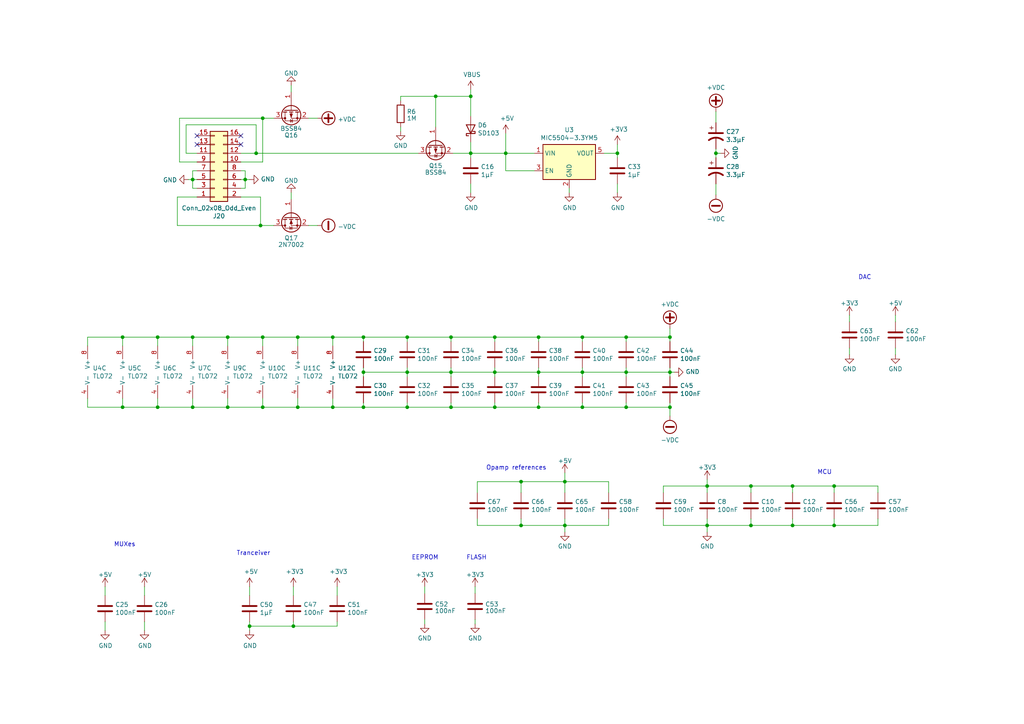
<source format=kicad_sch>
(kicad_sch (version 20230121) (generator eeschema)
  (paper "A4")
  (title_block (title "M2IDI - CV16 CORE") (date "2023-05-10") (rev "3.0") (company "GuavTek"))
  (lib_symbols
    (symbol "Amplifier_Operational:TL072" (pin_names (offset 0.127))
      (property "Reference" "U" (at 0 5.08 0))
      (property "Value" "TL072" (at 0 -5.08 0))
      (symbol "TL072_1_1"
        (polyline (pts (xy -5.08 5.08) (xy 5.08 0) (xy -5.08 -5.08) (xy -5.08 5.08)) (stroke (width 0.254)) (fill (type background)))
        (pin output line (at 7.62 0 180) (length 2.54) (name "~") (number "1"))
        (pin input line (at -7.62 -2.54 0) (length 2.54) (name "-") (number "2"))
        (pin input line (at -7.62 2.54 0) (length 2.54) (name "+") (number "3"))
      )
      (symbol "TL072_2_1"
        (polyline (pts (xy -5.08 5.08) (xy 5.08 0) (xy -5.08 -5.08) (xy -5.08 5.08)) (stroke (width 0.254)) (fill (type background)))
        (pin input line (at -7.62 2.54 0) (length 2.54) (name "+") (number "5"))
        (pin input line (at -7.62 -2.54 0) (length 2.54) (name "-") (number "6"))
        (pin output line (at 7.62 0 180) (length 2.54) (name "~") (number "7"))
      )
      (symbol "TL072_3_1"
        (pin power_in line (at -2.54 -7.62 90) (length 3.81) (name "V-") (number "4"))
        (pin power_in line (at -2.54 7.62 270) (length 3.81) (name "V+") (number "8"))
      )
    )
    (symbol "Connector_Generic:Conn_02x08_Odd_Even" (pin_names (offset 1.016) hide)
      (property "Reference" "J" (at 1.27 10.16 0))
      (property "Value" "Conn_02x08_Odd_Even" (at 1.27 -12.7 0))
      (symbol "Conn_02x08_Odd_Even_1_1"
        (rectangle (start -1.27 -10.033) (end 0 -10.287) (stroke (width 0.1524)))
        (rectangle (start -1.27 -7.493) (end 0 -7.747) (stroke (width 0.1524)))
        (rectangle (start -1.27 -4.953) (end 0 -5.207) (stroke (width 0.1524)))
        (rectangle (start -1.27 -2.413) (end 0 -2.667) (stroke (width 0.1524)))
        (rectangle (start -1.27 0.127) (end 0 -0.127) (stroke (width 0.1524)))
        (rectangle (start -1.27 2.667) (end 0 2.413) (stroke (width 0.1524)))
        (rectangle (start -1.27 5.207) (end 0 4.953) (stroke (width 0.1524)))
        (rectangle (start -1.27 7.747) (end 0 7.493) (stroke (width 0.1524)))
        (rectangle (start -1.27 8.89) (end 3.81 -11.43) (stroke (width 0.254)) (fill (type background)))
        (rectangle (start 3.81 -10.033) (end 2.54 -10.287) (stroke (width 0.1524)))
        (rectangle (start 3.81 -7.493) (end 2.54 -7.747) (stroke (width 0.1524)))
        (rectangle (start 3.81 -4.953) (end 2.54 -5.207) (stroke (width 0.1524)))
        (rectangle (start 3.81 -2.413) (end 2.54 -2.667) (stroke (width 0.1524)))
        (rectangle (start 3.81 0.127) (end 2.54 -0.127) (stroke (width 0.1524)))
        (rectangle (start 3.81 2.667) (end 2.54 2.413) (stroke (width 0.1524)))
        (rectangle (start 3.81 5.207) (end 2.54 4.953) (stroke (width 0.1524)))
        (rectangle (start 3.81 7.747) (end 2.54 7.493) (stroke (width 0.1524)))
        (pin passive line (at -5.08 7.62 0) (length 3.81) (name "Pin_1") (number "1"))
        (pin passive line (at 7.62 -2.54 180) (length 3.81) (name "Pin_10") (number "10"))
        (pin passive line (at -5.08 -5.08 0) (length 3.81) (name "Pin_11") (number "11"))
        (pin passive line (at 7.62 -5.08 180) (length 3.81) (name "Pin_12") (number "12"))
        (pin passive line (at -5.08 -7.62 0) (length 3.81) (name "Pin_13") (number "13"))
        (pin passive line (at 7.62 -7.62 180) (length 3.81) (name "Pin_14") (number "14"))
        (pin passive line (at -5.08 -10.16 0) (length 3.81) (name "Pin_15") (number "15"))
        (pin passive line (at 7.62 -10.16 180) (length 3.81) (name "Pin_16") (number "16"))
        (pin passive line (at 7.62 7.62 180) (length 3.81) (name "Pin_2") (number "2"))
        (pin passive line (at -5.08 5.08 0) (length 3.81) (name "Pin_3") (number "3"))
        (pin passive line (at 7.62 5.08 180) (length 3.81) (name "Pin_4") (number "4"))
        (pin passive line (at -5.08 2.54 0) (length 3.81) (name "Pin_5") (number "5"))
        (pin passive line (at 7.62 2.54 180) (length 3.81) (name "Pin_6") (number "6"))
        (pin passive line (at -5.08 0 0) (length 3.81) (name "Pin_7") (number "7"))
        (pin passive line (at 7.62 0 180) (length 3.81) (name "Pin_8") (number "8"))
        (pin passive line (at -5.08 -2.54 0) (length 3.81) (name "Pin_9") (number "9"))
      )
    )
    (symbol "Device:C" (pin_numbers hide) (pin_names (offset 0.254))
      (property "Reference" "C" (at 0.635 2.54 0))
      (property "Value" "C" (at 0.635 -2.54 0))
      (symbol "C_0_1"
        (polyline (pts (xy -2.032 -0.762) (xy 2.032 -0.762)) (stroke (width 0.508)))
        (polyline (pts (xy -2.032 0.762) (xy 2.032 0.762)) (stroke (width 0.508)))
      )
      (symbol "C_1_1"
        (pin passive line (at 0 3.81 270) (length 2.794) (name "~") (number "1"))
        (pin passive line (at 0 -3.81 90) (length 2.794) (name "~") (number "2"))
      )
    )
    (symbol "Device:C_Polarized_US" (pin_numbers hide) (pin_names (offset 0.254) hide)
      (property "Reference" "C" (at 0.635 2.54 0))
      (property "Value" "C_Polarized_US" (at 0.635 -2.54 0))
      (symbol "C_Polarized_US_0_1"
        (polyline (pts (xy -2.032 0.762) (xy 2.032 0.762)) (stroke (width 0.508)))
        (polyline (pts (xy -1.778 2.286) (xy -0.762 2.286)))
        (polyline (pts (xy -1.27 1.778) (xy -1.27 2.794)))
        (arc (start 2.032 -1.27) (mid 0 -0.5572) (end -2.032 -1.27) (stroke (width 0.508)))
      )
      (symbol "C_Polarized_US_1_1"
        (pin passive line (at 0 3.81 270) (length 2.794) (name "~") (number "1"))
        (pin passive line (at 0 -3.81 90) (length 3.302) (name "~") (number "2"))
      )
    )
    (symbol "Device:D_Schottky" (pin_numbers hide) (pin_names (offset 1.016) hide)
      (property "Reference" "D" (at 0 2.54 0))
      (property "Value" "D_Schottky" (at 0 -2.54 0))
      (symbol "D_Schottky_0_1"
        (polyline (pts (xy 1.27 0) (xy -1.27 0)))
        (polyline (pts (xy 1.27 1.27) (xy 1.27 -1.27) (xy -1.27 0) (xy 1.27 1.27)) (stroke (width 0.254)))
        (polyline (pts (xy -1.905 0.635) (xy -1.905 1.27) (xy -1.27 1.27) (xy -1.27 -1.27) (xy -0.635 -1.27) (xy -0.635 -0.635)) (stroke (width 0.254)))
      )
      (symbol "D_Schottky_1_1"
        (pin passive line (at -3.81 0 0) (length 2.54) (name "K") (number "1"))
        (pin passive line (at 3.81 0 180) (length 2.54) (name "A") (number "2"))
      )
    )
    (symbol "Device:R" (pin_numbers hide) (pin_names (offset 0))
      (property "Reference" "R" (at 2.032 0 90))
      (property "Value" "R" (at 0 0 90))
      (symbol "R_0_1"
        (rectangle (start -1.016 -2.54) (end 1.016 2.54) (stroke (width 0.254)))
      )
      (symbol "R_1_1"
        (pin passive line (at 0 3.81 270) (length 1.27) (name "~") (number "1"))
        (pin passive line (at 0 -3.81 90) (length 1.27) (name "~") (number "2"))
      )
    )
    (symbol "Regulator_Linear:MIC5504-3.3YM5"
      (property "Reference" "U" (at -7.62 8.89 0))
      (property "Value" "MIC5504-3.3YM5" (at -7.62 6.35 0))
      (symbol "MIC5504-3.3YM5_0_1"
        (rectangle (start -7.62 -5.08) (end 7.62 5.08) (stroke (width 0.254)) (fill (type background)))
      )
      (symbol "MIC5504-3.3YM5_1_1"
        (pin power_in line (at -10.16 2.54 0) (length 2.54) (name "VIN") (number "1"))
        (pin power_in line (at 0 -7.62 90) (length 2.54) (name "GND") (number "2"))
        (pin input line (at -10.16 -2.54 0) (length 2.54) (name "EN") (number "3"))
        (pin no_connect line (at 7.62 -2.54 180) (length 2.54) hide (name "NC") (number "4"))
        (pin power_out line (at 10.16 2.54 180) (length 2.54) (name "VOUT") (number "5"))
      )
    )
    (symbol "Transistor_FET:2N7002" (pin_names hide)
      (property "Reference" "Q" (at 5.08 1.905 0))
      (property "Value" "2N7002" (at 5.08 0 0))
      (symbol "2N7002_0_1"
        (polyline (pts (xy 0.254 0) (xy -2.54 0)))
        (polyline (pts (xy 0.254 1.905) (xy 0.254 -1.905)) (stroke (width 0.254)))
        (polyline (pts (xy 0.762 -1.27) (xy 0.762 -2.286)) (stroke (width 0.254)))
        (polyline (pts (xy 0.762 0.508) (xy 0.762 -0.508)) (stroke (width 0.254)))
        (polyline (pts (xy 0.762 2.286) (xy 0.762 1.27)) (stroke (width 0.254)))
        (polyline (pts (xy 2.54 2.54) (xy 2.54 1.778)))
        (polyline (pts (xy 2.54 -2.54) (xy 2.54 0) (xy 0.762 0)))
        (polyline (pts (xy 0.762 -1.778) (xy 3.302 -1.778) (xy 3.302 1.778) (xy 0.762 1.778)))
        (polyline (pts (xy 1.016 0) (xy 2.032 0.381) (xy 2.032 -0.381) (xy 1.016 0)) (fill (type outline)))
        (polyline (pts (xy 2.794 0.508) (xy 2.921 0.381) (xy 3.683 0.381) (xy 3.81 0.254)))
        (polyline (pts (xy 3.302 0.381) (xy 2.921 -0.254) (xy 3.683 -0.254) (xy 3.302 0.381)))
        (circle (center 1.651 0) (radius 2.794) (stroke (width 0.254)))
        (circle (center 2.54 -1.778) (radius 0.254) (fill (type outline)))
        (circle (center 2.54 1.778) (radius 0.254) (fill (type outline)))
      )
      (symbol "2N7002_1_1"
        (pin input line (at -5.08 0 0) (length 2.54) (name "G") (number "1"))
        (pin passive line (at 2.54 -5.08 90) (length 2.54) (name "S") (number "2"))
        (pin passive line (at 2.54 5.08 270) (length 2.54) (name "D") (number "3"))
      )
    )
    (symbol "Transistor_FET:BSS84" (pin_names hide)
      (property "Reference" "Q" (at 5.08 1.905 0))
      (property "Value" "BSS84" (at 5.08 0 0))
      (symbol "BSS84_0_1"
        (polyline (pts (xy 0.254 0) (xy -2.54 0)))
        (polyline (pts (xy 0.254 1.905) (xy 0.254 -1.905)) (stroke (width 0.254)))
        (polyline (pts (xy 0.762 -1.27) (xy 0.762 -2.286)) (stroke (width 0.254)))
        (polyline (pts (xy 0.762 0.508) (xy 0.762 -0.508)) (stroke (width 0.254)))
        (polyline (pts (xy 0.762 2.286) (xy 0.762 1.27)) (stroke (width 0.254)))
        (polyline (pts (xy 2.54 2.54) (xy 2.54 1.778)))
        (polyline (pts (xy 2.54 -2.54) (xy 2.54 0) (xy 0.762 0)))
        (polyline (pts (xy 0.762 1.778) (xy 3.302 1.778) (xy 3.302 -1.778) (xy 0.762 -1.778)))
        (polyline (pts (xy 2.286 0) (xy 1.27 0.381) (xy 1.27 -0.381) (xy 2.286 0)) (fill (type outline)))
        (polyline (pts (xy 2.794 -0.508) (xy 2.921 -0.381) (xy 3.683 -0.381) (xy 3.81 -0.254)))
        (polyline (pts (xy 3.302 -0.381) (xy 2.921 0.254) (xy 3.683 0.254) (xy 3.302 -0.381)))
        (circle (center 1.651 0) (radius 2.794) (stroke (width 0.254)))
        (circle (center 2.54 -1.778) (radius 0.254) (fill (type outline)))
        (circle (center 2.54 1.778) (radius 0.254) (fill (type outline)))
      )
      (symbol "BSS84_1_1"
        (pin input line (at -5.08 0 0) (length 2.54) (name "G") (number "1"))
        (pin passive line (at 2.54 -5.08 90) (length 2.54) (name "S") (number "2"))
        (pin passive line (at 2.54 5.08 270) (length 2.54) (name "D") (number "3"))
      )
    )
    (symbol "power:+3V3" (power) (pin_names (offset 0))
      (property "Value" "+3V3" (at 0 3.556 0))
      (symbol "+3V3_0_1"
        (polyline (pts (xy -0.762 1.27) (xy 0 2.54)))
        (polyline (pts (xy 0 0) (xy 0 2.54)))
        (polyline (pts (xy 0 2.54) (xy 0.762 1.27)))
      )
      (symbol "+3V3_1_1"
        (pin power_in line (at 0 0 90) (length 0) hide (name "+3V3") (number "1"))
      )
    )
    (symbol "power:+5V" (power) (pin_names (offset 0))
      (property "Value" "+5V" (at 0 3.556 0))
      (symbol "+5V_0_1"
        (polyline (pts (xy -0.762 1.27) (xy 0 2.54)))
        (polyline (pts (xy 0 0) (xy 0 2.54)))
        (polyline (pts (xy 0 2.54) (xy 0.762 1.27)))
      )
      (symbol "+5V_1_1"
        (pin power_in line (at 0 0 90) (length 0) hide (name "+5V") (number "1"))
      )
    )
    (symbol "power:+VDC" (power) (pin_names (offset 0))
      (property "Value" "+VDC" (at 0 6.35 0))
      (symbol "+VDC_0_1"
        (polyline (pts (xy -1.143 3.175) (xy 1.143 3.175)) (stroke (width 0.508)))
        (polyline (pts (xy 0 0) (xy 0 1.27)))
        (polyline (pts (xy 0 2.032) (xy 0 4.318)) (stroke (width 0.508)))
        (circle (center 0 3.175) (radius 1.905) (stroke (width 0.254)))
      )
      (symbol "+VDC_1_1"
        (pin power_in line (at 0 0 90) (length 0) hide (name "+VDC") (number "1"))
      )
    )
    (symbol "power:-VDC" (power) (pin_names (offset 0))
      (property "Value" "-VDC" (at 0 6.35 0))
      (symbol "-VDC_0_1"
        (polyline (pts (xy -1.143 3.175) (xy 1.143 3.175)) (stroke (width 0.508)))
        (polyline (pts (xy 0 0) (xy 0 1.27)))
        (circle (center 0 3.175) (radius 1.905) (stroke (width 0.254)))
      )
      (symbol "-VDC_1_1"
        (pin power_in line (at 0 0 90) (length 0) hide (name "-VDC") (number "1"))
      )
    )
    (symbol "power:GND" (power) (pin_names (offset 0))
      (property "Value" "GND" (at 0 -3.81 0))
      (symbol "GND_0_1"
        (polyline (pts (xy 0 0) (xy 0 -1.27) (xy 1.27 -1.27) (xy 0 -2.54) (xy -1.27 -1.27) (xy 0 -1.27)))
      )
      (symbol "GND_1_1"
        (pin power_in line (at 0 0 270) (length 0) hide (name "GND") (number "1"))
      )
    )
    (symbol "power:VBUS" (power) (pin_names (offset 0))
      (property "Value" "VBUS" (at 0 3.81 0))
      (symbol "VBUS_0_1"
        (polyline (pts (xy -0.762 1.27) (xy 0 2.54)))
        (polyline (pts (xy 0 0) (xy 0 2.54)))
        (polyline (pts (xy 0 2.54) (xy 0.762 1.27)))
      )
      (symbol "VBUS_1_1"
        (pin power_in line (at 0 0 90) (length 0) hide (name "VBUS") (number "1"))
      )
    )
  )
  (junction (at 85.09 181.61))
  (junction (at 217.805 140.97))
  (junction (at 143.51 107.95))
  (junction (at 126.365 27.94))
  (junction (at 151.13 152.4))
  (junction (at 156.21 107.95))
  (junction (at 136.525 27.94))
  (junction (at 74.295 44.45))
  (junction (at 163.83 152.4))
  (junction (at 75.565 65.405))
  (junction (at 55.88 118.11))
  (junction (at 181.61 107.95))
  (junction (at 181.61 97.79))
  (junction (at 156.21 97.79))
  (junction (at 241.935 140.97))
  (junction (at 207.645 44.45))
  (junction (at 181.61 118.11))
  (junction (at 35.56 118.11))
  (junction (at 130.81 107.95))
  (junction (at 118.11 97.79))
  (junction (at 205.105 152.4))
  (junction (at 143.51 118.11))
  (junction (at 86.36 118.11))
  (junction (at 143.51 97.79))
  (junction (at 71.12 52.07))
  (junction (at 194.31 118.11))
  (junction (at 168.91 118.11))
  (junction (at 179.07 44.45))
  (junction (at 205.105 140.97))
  (junction (at 45.72 118.11))
  (junction (at 66.04 118.11))
  (junction (at 76.2 34.29))
  (junction (at 55.88 97.79))
  (junction (at 136.525 44.45))
  (junction (at 76.2 97.79))
  (junction (at 55.88 52.07))
  (junction (at 229.87 140.97))
  (junction (at 76.2 118.11))
  (junction (at 35.56 97.79))
  (junction (at 229.87 152.4))
  (junction (at 217.805 152.4))
  (junction (at 105.41 118.11))
  (junction (at 105.41 97.79))
  (junction (at 72.39 181.61))
  (junction (at 105.41 107.95))
  (junction (at 241.935 152.4))
  (junction (at 118.11 118.11))
  (junction (at 168.91 107.95))
  (junction (at 156.21 118.11))
  (junction (at 96.52 118.11))
  (junction (at 130.81 118.11))
  (junction (at 86.36 97.79))
  (junction (at 45.72 97.79))
  (junction (at 194.31 97.79))
  (junction (at 163.83 139.7))
  (junction (at 146.685 44.45))
  (junction (at 194.31 107.95))
  (junction (at 130.81 97.79))
  (junction (at 118.11 107.95))
  (junction (at 151.13 139.7))
  (junction (at 66.04 97.79))
  (junction (at 168.91 97.79))
  (junction (at 96.52 97.79))
  (no_connect (at 57.15 39.37))
  (no_connect (at 69.85 39.37))
  (no_connect (at 69.85 41.91))
  (no_connect (at 57.15 41.91))
  (wire (pts (xy 163.83 152.4) (xy 163.83 154.305)))
  (wire (pts (xy 254.635 140.97) (xy 241.935 140.97)))
  (wire (pts (xy 151.13 152.4) (xy 138.43 152.4)))
  (wire (pts (xy 35.56 118.11) (xy 45.72 118.11)))
  (wire (pts (xy 116.205 36.83) (xy 116.205 38.1)))
  (wire (pts (xy 229.87 140.97) (xy 229.87 142.875)))
  (wire (pts (xy 156.21 97.79) (xy 143.51 97.79)))
  (wire (pts (xy 156.21 118.11) (xy 168.91 118.11)))
  (wire (pts (xy 205.105 152.4) (xy 217.805 152.4)))
  (wire (pts (xy 194.31 118.11) (xy 194.31 120.65)))
  (wire (pts (xy 118.11 97.79) (xy 105.41 97.79)))
  (wire (pts (xy 168.91 99.06) (xy 168.91 97.79)))
  (wire (pts (xy 55.88 49.53) (xy 57.15 49.53)))
  (wire (pts (xy 151.13 150.495) (xy 151.13 152.4)))
  (wire (pts (xy 126.365 27.94) (xy 116.205 27.94)))
  (wire (pts (xy 72.39 182.88) (xy 72.39 181.61)))
  (wire (pts (xy 194.31 107.95) (xy 195.58 107.95)))
  (wire (pts (xy 194.31 97.79) (xy 194.31 95.25)))
  (wire (pts (xy 130.81 118.11) (xy 130.81 116.84)))
  (wire (pts (xy 96.52 97.79) (xy 86.36 97.79)))
  (wire (pts (xy 35.56 97.79) (xy 25.4 97.79)))
  (wire (pts (xy 123.19 179.705) (xy 123.19 180.975)))
  (wire (pts (xy 217.805 140.97) (xy 217.805 142.875)))
  (wire (pts (xy 192.405 152.4) (xy 205.105 152.4)))
  (wire (pts (xy 241.935 150.495) (xy 241.935 152.4)))
  (wire (pts (xy 179.07 53.34) (xy 179.07 55.88)))
  (wire (pts (xy 116.205 27.94) (xy 116.205 29.21)))
  (wire (pts (xy 194.31 106.68) (xy 194.31 107.95)))
  (wire (pts (xy 217.805 150.495) (xy 217.805 152.4)))
  (wire (pts (xy 84.455 55.88) (xy 84.455 57.785)))
  (wire (pts (xy 168.91 107.95) (xy 156.21 107.95)))
  (wire (pts (xy 136.525 27.94) (xy 136.525 26.035)))
  (wire (pts (xy 84.455 24.765) (xy 84.455 26.67)))
  (wire (pts (xy 205.105 152.4) (xy 205.105 154.305)))
  (wire (pts (xy 165.1 54.61) (xy 165.1 55.88)))
  (wire (pts (xy 76.2 115.57) (xy 76.2 118.11)))
  (wire (pts (xy 175.26 44.45) (xy 179.07 44.45)))
  (wire (pts (xy 137.795 179.705) (xy 137.795 180.975)))
  (wire (pts (xy 205.105 150.495) (xy 205.105 152.4)))
  (wire (pts (xy 163.83 152.4) (xy 151.13 152.4)))
  (wire (pts (xy 72.39 170.18) (xy 72.39 172.72)))
  (wire (pts (xy 207.645 53.34) (xy 207.645 56.515)))
  (wire (pts (xy 53.975 44.45) (xy 57.15 44.45)))
  (wire (pts (xy 168.91 109.22) (xy 168.91 107.95)))
  (wire (pts (xy 55.88 97.79) (xy 45.72 97.79)))
  (wire (pts (xy 143.51 97.79) (xy 130.81 97.79)))
  (wire (pts (xy 30.48 180.34) (xy 30.48 182.88)))
  (wire (pts (xy 105.41 99.06) (xy 105.41 97.79)))
  (wire (pts (xy 131.445 44.45) (xy 136.525 44.45)))
  (wire (pts (xy 57.15 46.99) (xy 52.07 46.99)))
  (wire (pts (xy 71.12 49.53) (xy 71.12 52.07)))
  (wire (pts (xy 168.91 118.11) (xy 181.61 118.11)))
  (wire (pts (xy 86.36 115.57) (xy 86.36 118.11)))
  (wire (pts (xy 176.53 150.495) (xy 176.53 152.4)))
  (wire (pts (xy 194.31 99.06) (xy 194.31 97.79)))
  (wire (pts (xy 89.535 34.29) (xy 92.075 34.29)))
  (wire (pts (xy 163.83 137.16) (xy 163.83 139.7)))
  (wire (pts (xy 55.88 118.11) (xy 66.04 118.11)))
  (wire (pts (xy 205.105 140.97) (xy 205.105 139.065)))
  (wire (pts (xy 66.04 97.79) (xy 55.88 97.79)))
  (wire (pts (xy 143.51 118.11) (xy 156.21 118.11)))
  (wire (pts (xy 151.13 139.7) (xy 163.83 139.7)))
  (wire (pts (xy 176.53 152.4) (xy 163.83 152.4)))
  (wire (pts (xy 51.435 65.405) (xy 75.565 65.405)))
  (wire (pts (xy 35.56 100.33) (xy 35.56 97.79)))
  (wire (pts (xy 181.61 97.79) (xy 168.91 97.79)))
  (wire (pts (xy 181.61 107.95) (xy 168.91 107.95)))
  (wire (pts (xy 207.645 32.385) (xy 207.645 35.56)))
  (wire (pts (xy 143.51 109.22) (xy 143.51 107.95)))
  (wire (pts (xy 207.645 45.72) (xy 207.645 44.45)))
  (wire (pts (xy 146.685 49.53) (xy 154.94 49.53)))
  (wire (pts (xy 89.535 65.405) (xy 92.075 65.405)))
  (wire (pts (xy 45.72 100.33) (xy 45.72 97.79)))
  (wire (pts (xy 85.09 181.61) (xy 97.79 181.61)))
  (wire (pts (xy 86.36 100.33) (xy 86.36 97.79)))
  (wire (pts (xy 76.2 118.11) (xy 86.36 118.11)))
  (wire (pts (xy 66.04 118.11) (xy 76.2 118.11)))
  (wire (pts (xy 136.525 27.94) (xy 126.365 27.94)))
  (wire (pts (xy 163.83 139.7) (xy 163.83 142.875)))
  (wire (pts (xy 246.38 100.965) (xy 246.38 102.87)))
  (wire (pts (xy 179.07 44.45) (xy 179.07 45.72)))
  (wire (pts (xy 130.81 107.95) (xy 130.81 106.68)))
  (wire (pts (xy 151.13 139.7) (xy 151.13 142.875)))
  (wire (pts (xy 105.41 107.95) (xy 105.41 109.22)))
  (wire (pts (xy 146.685 44.45) (xy 146.685 38.735)))
  (wire (pts (xy 207.645 44.45) (xy 208.915 44.45)))
  (wire (pts (xy 241.935 140.97) (xy 229.87 140.97)))
  (wire (pts (xy 207.645 43.18) (xy 207.645 44.45)))
  (wire (pts (xy 241.935 152.4) (xy 254.635 152.4)))
  (wire (pts (xy 66.04 115.57) (xy 66.04 118.11)))
  (wire (pts (xy 45.72 115.57) (xy 45.72 118.11)))
  (wire (pts (xy 118.11 99.06) (xy 118.11 97.79)))
  (wire (pts (xy 137.795 170.18) (xy 137.795 172.085)))
  (wire (pts (xy 205.105 140.97) (xy 205.105 142.875)))
  (wire (pts (xy 229.87 152.4) (xy 241.935 152.4)))
  (wire (pts (xy 71.12 52.07) (xy 71.12 54.61)))
  (wire (pts (xy 229.87 140.97) (xy 217.805 140.97)))
  (wire (pts (xy 105.41 107.95) (xy 105.41 106.68)))
  (wire (pts (xy 74.295 44.45) (xy 74.295 36.195)))
  (wire (pts (xy 194.31 107.95) (xy 194.31 109.22)))
  (wire (pts (xy 192.405 150.495) (xy 192.405 152.4)))
  (wire (pts (xy 74.295 44.45) (xy 121.285 44.45)))
  (wire (pts (xy 181.61 106.68) (xy 181.61 107.95)))
  (wire (pts (xy 76.2 34.29) (xy 79.375 34.29)))
  (wire (pts (xy 74.295 36.195) (xy 53.975 36.195)))
  (wire (pts (xy 71.12 49.53) (xy 69.85 49.53)))
  (wire (pts (xy 52.07 34.29) (xy 76.2 34.29)))
  (wire (pts (xy 25.4 97.79) (xy 25.4 100.33)))
  (wire (pts (xy 118.11 107.95) (xy 118.11 106.68)))
  (wire (pts (xy 96.52 115.57) (xy 96.52 118.11)))
  (wire (pts (xy 66.04 100.33) (xy 66.04 97.79)))
  (wire (pts (xy 57.15 54.61) (xy 55.88 54.61)))
  (wire (pts (xy 136.525 41.275) (xy 136.525 44.45)))
  (wire (pts (xy 57.15 52.07) (xy 55.88 52.07)))
  (wire (pts (xy 45.72 97.79) (xy 35.56 97.79)))
  (wire (pts (xy 55.88 52.07) (xy 55.88 54.61)))
  (wire (pts (xy 118.11 107.95) (xy 118.11 109.22)))
  (wire (pts (xy 254.635 150.495) (xy 254.635 152.4)))
  (wire (pts (xy 75.565 65.405) (xy 79.375 65.405)))
  (wire (pts (xy 146.685 44.45) (xy 154.94 44.45)))
  (wire (pts (xy 205.105 140.97) (xy 192.405 140.97)))
  (wire (pts (xy 55.88 49.53) (xy 55.88 52.07)))
  (wire (pts (xy 181.61 118.11) (xy 194.31 118.11)))
  (wire (pts (xy 85.09 170.18) (xy 85.09 172.72)))
  (wire (pts (xy 25.4 118.11) (xy 35.56 118.11)))
  (wire (pts (xy 217.805 152.4) (xy 229.87 152.4)))
  (wire (pts (xy 143.51 99.06) (xy 143.51 97.79)))
  (wire (pts (xy 126.365 27.94) (xy 126.365 36.83)))
  (wire (pts (xy 97.79 181.61) (xy 97.79 180.34)))
  (wire (pts (xy 168.91 106.68) (xy 168.91 107.95)))
  (wire (pts (xy 181.61 99.06) (xy 181.61 97.79)))
  (wire (pts (xy 156.21 118.11) (xy 156.21 116.84)))
  (wire (pts (xy 86.36 97.79) (xy 76.2 97.79)))
  (wire (pts (xy 51.435 57.15) (xy 57.15 57.15)))
  (wire (pts (xy 71.12 54.61) (xy 69.85 54.61)))
  (wire (pts (xy 55.88 100.33) (xy 55.88 97.79)))
  (wire (pts (xy 181.61 118.11) (xy 181.61 116.84)))
  (wire (pts (xy 217.805 140.97) (xy 205.105 140.97)))
  (wire (pts (xy 41.91 170.18) (xy 41.91 172.72)))
  (wire (pts (xy 130.81 99.06) (xy 130.81 97.79)))
  (wire (pts (xy 123.19 170.18) (xy 123.19 172.085)))
  (wire (pts (xy 143.51 107.95) (xy 130.81 107.95)))
  (wire (pts (xy 136.525 45.72) (xy 136.525 44.45)))
  (wire (pts (xy 75.565 57.15) (xy 75.565 65.405)))
  (wire (pts (xy 156.21 99.06) (xy 156.21 97.79)))
  (wire (pts (xy 86.36 118.11) (xy 96.52 118.11)))
  (wire (pts (xy 130.81 97.79) (xy 118.11 97.79)))
  (wire (pts (xy 69.85 57.15) (xy 75.565 57.15)))
  (wire (pts (xy 156.21 106.68) (xy 156.21 107.95)))
  (wire (pts (xy 118.11 107.95) (xy 105.41 107.95)))
  (wire (pts (xy 138.43 139.7) (xy 151.13 139.7)))
  (wire (pts (xy 72.39 181.61) (xy 85.09 181.61)))
  (wire (pts (xy 168.91 97.79) (xy 156.21 97.79)))
  (wire (pts (xy 76.2 46.99) (xy 69.85 46.99)))
  (wire (pts (xy 118.11 118.11) (xy 130.81 118.11)))
  (wire (pts (xy 168.91 118.11) (xy 168.91 116.84)))
  (wire (pts (xy 72.39 181.61) (xy 72.39 180.34)))
  (wire (pts (xy 163.83 139.7) (xy 176.53 139.7)))
  (wire (pts (xy 85.09 181.61) (xy 85.09 180.34)))
  (wire (pts (xy 69.85 52.07) (xy 71.12 52.07)))
  (wire (pts (xy 69.85 44.45) (xy 74.295 44.45)))
  (wire (pts (xy 96.52 118.11) (xy 105.41 118.11)))
  (wire (pts (xy 146.685 44.45) (xy 146.685 49.53)))
  (wire (pts (xy 143.51 106.68) (xy 143.51 107.95)))
  (wire (pts (xy 259.715 100.965) (xy 259.715 102.87)))
  (wire (pts (xy 194.31 118.11) (xy 194.31 116.84)))
  (wire (pts (xy 136.525 53.34) (xy 136.525 55.88)))
  (wire (pts (xy 179.07 44.45) (xy 179.07 41.91)))
  (wire (pts (xy 96.52 100.33) (xy 96.52 97.79)))
  (wire (pts (xy 76.2 100.33) (xy 76.2 97.79)))
  (wire (pts (xy 53.975 36.195) (xy 53.975 44.45)))
  (wire (pts (xy 130.81 118.11) (xy 143.51 118.11)))
  (wire (pts (xy 130.81 107.95) (xy 130.81 109.22)))
  (wire (pts (xy 97.79 170.18) (xy 97.79 172.72)))
  (wire (pts (xy 163.83 150.495) (xy 163.83 152.4)))
  (wire (pts (xy 259.715 91.44) (xy 259.715 93.345)))
  (wire (pts (xy 156.21 109.22) (xy 156.21 107.95)))
  (wire (pts (xy 156.21 107.95) (xy 143.51 107.95)))
  (wire (pts (xy 130.81 107.95) (xy 118.11 107.95)))
  (wire (pts (xy 55.88 52.07) (xy 54.61 52.07)))
  (wire (pts (xy 176.53 139.7) (xy 176.53 142.875)))
  (wire (pts (xy 30.48 170.18) (xy 30.48 172.72)))
  (wire (pts (xy 246.38 91.44) (xy 246.38 93.345)))
  (wire (pts (xy 118.11 118.11) (xy 118.11 116.84)))
  (wire (pts (xy 105.41 118.11) (xy 105.41 116.84)))
  (wire (pts (xy 35.56 115.57) (xy 35.56 118.11)))
  (wire (pts (xy 105.41 97.79) (xy 96.52 97.79)))
  (wire (pts (xy 25.4 115.57) (xy 25.4 118.11)))
  (wire (pts (xy 254.635 140.97) (xy 254.635 142.875)))
  (wire (pts (xy 52.07 46.99) (xy 52.07 34.29)))
  (wire (pts (xy 71.12 52.07) (xy 72.39 52.07)))
  (wire (pts (xy 136.525 44.45) (xy 146.685 44.45)))
  (wire (pts (xy 76.2 34.29) (xy 76.2 46.99)))
  (wire (pts (xy 138.43 152.4) (xy 138.43 150.495)))
  (wire (pts (xy 192.405 140.97) (xy 192.405 142.875)))
  (wire (pts (xy 105.41 118.11) (xy 118.11 118.11)))
  (wire (pts (xy 76.2 97.79) (xy 66.04 97.79)))
  (wire (pts (xy 55.88 115.57) (xy 55.88 118.11)))
  (wire (pts (xy 41.91 180.34) (xy 41.91 182.88)))
  (wire (pts (xy 45.72 118.11) (xy 55.88 118.11)))
  (wire (pts (xy 229.87 150.495) (xy 229.87 152.4)))
  (wire (pts (xy 138.43 142.875) (xy 138.43 139.7)))
  (wire (pts (xy 241.935 140.97) (xy 241.935 142.875)))
  (wire (pts (xy 136.525 33.655) (xy 136.525 27.94)))
  (wire (pts (xy 194.31 107.95) (xy 181.61 107.95)))
  (wire (pts (xy 194.31 97.79) (xy 181.61 97.79)))
  (wire (pts (xy 51.435 65.405) (xy 51.435 57.15)))
  (wire (pts (xy 143.51 118.11) (xy 143.51 116.84)))
  (wire (pts (xy 181.61 109.22) (xy 181.61 107.95)))
  (text "Opamp references" (at 140.97 136.525 0) (effects (font (size 1.27 1.27)) (justify left bottom)))
  (text "MUXes" (at 33.02 158.75 0) (effects (font (size 1.27 1.27)) (justify left bottom)))
  (text "EEPROM" (at 119.38 162.56 0) (effects (font (size 1.27 1.27)) (justify left bottom)))
  (text "DAC" (at 248.92 81.28 0) (effects (font (size 1.27 1.27)) (justify left bottom)))
  (text "Tranceiver" (at 68.58 161.29 0) (effects (font (size 1.27 1.27)) (justify left bottom)))
  (text "MCU" (at 241.3 137.795 0) (effects (font (size 1.27 1.27)) (justify right bottom)))
  (text "FLASH" (at 135.255 162.56 0) (effects (font (size 1.27 1.27)) (justify left bottom)))
  (symbol (lib_id "Amplifier_Operational:TL072") (at 27.94 107.95 0) (unit 3)
    (property "Reference" "U4" (at 26.8732 106.7816 0) (effects (justify left)))
    (property "Value" "TL072" (at 26.8732 109.093 0) (effects (justify left)))
    (property "Footprint" "Package_SO:SOIC-8_3.9x4.9mm_P1.27mm" (effects hide))
    (property "Datasheet" "http://www.ti.com/lit/ds/symlink/tl071.pdf" (effects hide))
  )
  (symbol (lib_id "Amplifier_Operational:TL072") (at 38.1 107.95 0) (unit 3)
    (property "Reference" "U5" (at 37.0332 106.7816 0) (effects (justify left)))
    (property "Value" "TL072" (at 37.0332 109.093 0) (effects (justify left)))
    (property "Footprint" "Package_SO:SOIC-8_3.9x4.9mm_P1.27mm" (effects hide))
    (property "Datasheet" "http://www.ti.com/lit/ds/symlink/tl071.pdf" (effects hide))
  )
  (symbol (lib_id "Amplifier_Operational:TL072") (at 48.26 107.95 0) (unit 3)
    (property "Reference" "U6" (at 47.1932 106.7816 0) (effects (justify left)))
    (property "Value" "TL072" (at 47.1932 109.093 0) (effects (justify left)))
    (property "Footprint" "Package_SO:SOIC-8_3.9x4.9mm_P1.27mm" (effects hide))
    (property "Datasheet" "http://www.ti.com/lit/ds/symlink/tl071.pdf" (effects hide))
  )
  (symbol (lib_id "Amplifier_Operational:TL072") (at 58.42 107.95 0) (unit 3)
    (property "Reference" "U7" (at 57.3532 106.7816 0) (effects (justify left)))
    (property "Value" "TL072" (at 57.3532 109.093 0) (effects (justify left)))
    (property "Footprint" "Package_SO:SOIC-8_3.9x4.9mm_P1.27mm" (effects hide))
    (property "Datasheet" "http://www.ti.com/lit/ds/symlink/tl071.pdf" (effects hide))
  )
  (symbol (lib_id "Amplifier_Operational:TL072") (at 68.58 107.95 0) (unit 3)
    (property "Reference" "U9" (at 67.5132 106.7816 0) (effects (justify left)))
    (property "Value" "TL072" (at 67.5132 109.093 0) (effects (justify left)))
    (property "Footprint" "Package_SO:SOIC-8_3.9x4.9mm_P1.27mm" (effects hide))
    (property "Datasheet" "http://www.ti.com/lit/ds/symlink/tl071.pdf" (effects hide))
  )
  (symbol (lib_id "Amplifier_Operational:TL072") (at 78.74 107.95 0) (unit 3)
    (property "Reference" "U10" (at 77.6732 106.7816 0) (effects (justify left)))
    (property "Value" "TL072" (at 77.6732 109.093 0) (effects (justify left)))
    (property "Footprint" "Package_SO:SOIC-8_3.9x4.9mm_P1.27mm" (effects hide))
    (property "Datasheet" "http://www.ti.com/lit/ds/symlink/tl071.pdf" (effects hide))
  )
  (symbol (lib_id "Amplifier_Operational:TL072") (at 88.9 107.95 0) (unit 3)
    (property "Reference" "U11" (at 87.8332 106.7816 0) (effects (justify left)))
    (property "Value" "TL072" (at 87.8332 109.093 0) (effects (justify left)))
    (property "Footprint" "Package_SO:SOIC-8_3.9x4.9mm_P1.27mm" (effects hide))
    (property "Datasheet" "http://www.ti.com/lit/ds/symlink/tl071.pdf" (effects hide))
  )
  (symbol (lib_id "Amplifier_Operational:TL072") (at 99.06 107.95 0) (unit 3)
    (property "Reference" "U12" (at 97.9932 106.7816 0) (effects (justify left)))
    (property "Value" "TL072" (at 97.9932 109.093 0) (effects (justify left)))
    (property "Footprint" "Package_SO:SOIC-8_3.9x4.9mm_P1.27mm" (effects hide))
    (property "Datasheet" "http://www.ti.com/lit/ds/symlink/tl071.pdf" (effects hide))
  )
  (symbol (lib_id "Device:C") (at 105.41 102.87 0) (unit 1)
    (property "Reference" "C29" (at 108.331 101.7016 0) (effects (justify left)))
    (property "Value" "100nF" (at 108.331 104.013 0) (effects (justify left)))
    (property "Footprint" "Capacitor_SMD:C_0603_1608Metric" (effects hide))
  )
  (symbol (lib_id "Connector_Generic:Conn_02x08_Odd_Even") (at 62.23 49.53 0) (mirror x) (unit 1)
    (property "Reference" "J20" (at 63.5 62.6618 0))
    (property "Value" "Conn_02x08_Odd_Even" (at 63.5 60.3504 0))
    (property "Footprint" "Custom_FP:Header_2x8_Shrouded_SMD" (effects hide))
  )
  (symbol (lib_id "Device:C") (at 105.41 113.03 0) (unit 1)
    (property "Reference" "C30" (at 108.331 111.8616 0) (effects (justify left)))
    (property "Value" "100nF" (at 108.331 114.173 0) (effects (justify left)))
    (property "Footprint" "Capacitor_SMD:C_0603_1608Metric" (effects hide))
  )
  (symbol (lib_id "Device:C") (at 118.11 102.87 0) (unit 1)
    (property "Reference" "C31" (at 121.031 101.7016 0) (effects (justify left)))
    (property "Value" "100nF" (at 121.031 104.013 0) (effects (justify left)))
    (property "Footprint" "Capacitor_SMD:C_0603_1608Metric" (effects hide))
  )
  (symbol (lib_id "Device:C") (at 118.11 113.03 0) (unit 1)
    (property "Reference" "C32" (at 121.031 111.8616 0) (effects (justify left)))
    (property "Value" "100nF" (at 121.031 114.173 0) (effects (justify left)))
    (property "Footprint" "Capacitor_SMD:C_0603_1608Metric" (effects hide))
  )
  (symbol (lib_id "Device:C") (at 130.81 102.87 0) (unit 1)
    (property "Reference" "C34" (at 133.731 101.7016 0) (effects (justify left)))
    (property "Value" "100nF" (at 133.731 104.013 0) (effects (justify left)))
    (property "Footprint" "Capacitor_SMD:C_0603_1608Metric" (effects hide))
  )
  (symbol (lib_id "Device:C") (at 130.81 113.03 0) (unit 1)
    (property "Reference" "C35" (at 133.731 111.8616 0) (effects (justify left)))
    (property "Value" "100nF" (at 133.731 114.173 0) (effects (justify left)))
    (property "Footprint" "Capacitor_SMD:C_0603_1608Metric" (effects hide))
  )
  (symbol (lib_id "Device:C") (at 143.51 102.87 0) (unit 1)
    (property "Reference" "C36" (at 146.431 101.7016 0) (effects (justify left)))
    (property "Value" "100nF" (at 146.431 104.013 0) (effects (justify left)))
    (property "Footprint" "Capacitor_SMD:C_0603_1608Metric" (effects hide))
  )
  (symbol (lib_id "Device:C") (at 143.51 113.03 0) (unit 1)
    (property "Reference" "C37" (at 146.431 111.8616 0) (effects (justify left)))
    (property "Value" "100nF" (at 146.431 114.173 0) (effects (justify left)))
    (property "Footprint" "Capacitor_SMD:C_0603_1608Metric" (effects hide))
  )
  (symbol (lib_id "Device:C") (at 156.21 102.87 0) (unit 1)
    (property "Reference" "C38" (at 159.131 101.7016 0) (effects (justify left)))
    (property "Value" "100nF" (at 159.131 104.013 0) (effects (justify left)))
    (property "Footprint" "Capacitor_SMD:C_0603_1608Metric" (effects hide))
  )
  (symbol (lib_id "Device:C") (at 156.21 113.03 0) (unit 1)
    (property "Reference" "C39" (at 159.131 111.8616 0) (effects (justify left)))
    (property "Value" "100nF" (at 159.131 114.173 0) (effects (justify left)))
    (property "Footprint" "Capacitor_SMD:C_0603_1608Metric" (effects hide))
  )
  (symbol (lib_id "Device:C") (at 168.91 102.87 0) (unit 1)
    (property "Reference" "C40" (at 171.831 101.7016 0) (effects (justify left)))
    (property "Value" "100nF" (at 171.831 104.013 0) (effects (justify left)))
    (property "Footprint" "Capacitor_SMD:C_0603_1608Metric" (effects hide))
  )
  (symbol (lib_id "Device:C") (at 168.91 113.03 0) (unit 1)
    (property "Reference" "C41" (at 171.831 111.8616 0) (effects (justify left)))
    (property "Value" "100nF" (at 171.831 114.173 0) (effects (justify left)))
    (property "Footprint" "Capacitor_SMD:C_0603_1608Metric" (effects hide))
  )
  (symbol (lib_id "Device:C") (at 181.61 102.87 0) (unit 1)
    (property "Reference" "C42" (at 184.531 101.7016 0) (effects (justify left)))
    (property "Value" "100nF" (at 184.531 104.013 0) (effects (justify left)))
    (property "Footprint" "Capacitor_SMD:C_0603_1608Metric" (effects hide))
  )
  (symbol (lib_id "Device:C") (at 181.61 113.03 0) (unit 1)
    (property "Reference" "C43" (at 184.531 111.8616 0) (effects (justify left)))
    (property "Value" "100nF" (at 184.531 114.173 0) (effects (justify left)))
    (property "Footprint" "Capacitor_SMD:C_0603_1608Metric" (effects hide))
  )
  (symbol (lib_id "Device:C") (at 194.31 102.87 0) (unit 1)
    (property "Reference" "C44" (at 197.231 101.7016 0) (effects (justify left)))
    (property "Value" "100nF" (at 197.231 104.013 0) (effects (justify left)))
    (property "Footprint" "Capacitor_SMD:C_0603_1608Metric" (effects hide))
  )
  (symbol (lib_id "Device:C") (at 194.31 113.03 0) (unit 1)
    (property "Reference" "C45" (at 197.231 111.8616 0) (effects (justify left)))
    (property "Value" "100nF" (at 197.231 114.173 0) (effects (justify left)))
    (property "Footprint" "Capacitor_SMD:C_0603_1608Metric" (effects hide))
  )
  (symbol (lib_id "power:GND") (at 195.58 107.95 90) (unit 1)
    (property "Reference" "#PWR0173" (effects hide))
    (property "Value" "GND" (at 198.8312 107.823 90) (effects (justify right)))
  )
  (symbol (lib_id "power:+VDC") (at 194.31 95.25 0) (unit 1)
    (property "Reference" "#PWR0174" (effects hide))
    (property "Value" "+VDC" (at 194.31 88.265 0))
  )
  (symbol (lib_id "power:-VDC") (at 194.31 120.65 180) (unit 1)
    (property "Reference" "#PWR0175" (effects hide))
    (property "Value" "-VDC" (at 194.31 127.635 0))
  )
  (symbol (lib_id "Device:C_Polarized_US") (at 207.645 39.37 0) (unit 1)
    (property "Reference" "C27" (at 210.566 38.2016 0) (effects (justify left)))
    (property "Value" "3.3µF" (at 210.566 40.513 0) (effects (justify left)))
    (property "Footprint" "Capacitor_Tantalum_SMD:CP_EIA-3216-18_Kemet-A" (effects hide))
  )
  (symbol (lib_id "Device:C_Polarized_US") (at 207.645 49.53 0) (unit 1)
    (property "Reference" "C28" (at 210.566 48.3616 0) (effects (justify left)))
    (property "Value" "3.3µF" (at 210.566 50.673 0) (effects (justify left)))
    (property "Footprint" "Capacitor_Tantalum_SMD:CP_EIA-3216-18_Kemet-A" (effects hide))
  )
  (symbol (lib_id "power:GND") (at 30.48 182.88 0) (unit 1)
    (property "Reference" "#PWR0167" (effects hide))
    (property "Value" "GND" (at 30.607 187.2742 0))
  )
  (symbol (lib_id "Device:C") (at 30.48 176.53 0) (unit 1)
    (property "Reference" "C25" (at 33.401 175.3616 0) (effects (justify left)))
    (property "Value" "100nF" (at 33.401 177.673 0) (effects (justify left)))
    (property "Footprint" "Capacitor_SMD:C_0603_1608Metric" (effects hide))
  )
  (symbol (lib_id "power:GND") (at 41.91 182.88 0) (unit 1)
    (property "Reference" "#PWR0169" (effects hide))
    (property "Value" "GND" (at 42.037 187.2742 0))
  )
  (symbol (lib_id "Device:C") (at 41.91 176.53 0) (unit 1)
    (property "Reference" "C26" (at 44.831 175.3616 0) (effects (justify left)))
    (property "Value" "100nF" (at 44.831 177.673 0) (effects (justify left)))
    (property "Footprint" "Capacitor_SMD:C_0603_1608Metric" (effects hide))
  )
  (symbol (lib_id "power:GND") (at 208.915 44.45 90) (unit 1)
    (property "Reference" "#PWR0170" (effects hide))
    (property "Value" "GND" (at 213.3092 44.323 0))
  )
  (symbol (lib_id "power:+VDC") (at 207.645 32.385 0) (unit 1)
    (property "Reference" "#PWR0171" (effects hide))
    (property "Value" "+VDC" (at 207.645 25.4 0))
  )
  (symbol (lib_id "power:-VDC") (at 207.645 56.515 180) (unit 1)
    (property "Reference" "#PWR0172" (effects hide))
    (property "Value" "-VDC" (at 207.645 63.5 0))
  )
  (symbol (lib_id "power:GND") (at 72.39 182.88 0) (unit 1)
    (property "Reference" "#PWR0203" (effects hide))
    (property "Value" "GND" (at 72.517 187.2742 0))
  )
  (symbol (lib_id "power:+5V") (at 72.39 170.18 0) (unit 1)
    (property "Reference" "#PWR0204" (effects hide))
    (property "Value" "+5V" (at 72.771 165.7858 0))
  )
  (symbol (lib_id "Device:C") (at 72.39 176.53 0) (unit 1)
    (property "Reference" "C50" (at 75.311 175.3616 0) (effects (justify left)))
    (property "Value" "1µF" (at 75.311 177.673 0) (effects (justify left)))
    (property "Footprint" "Capacitor_SMD:C_0603_1608Metric" (effects hide))
  )
  (symbol (lib_id "Device:C") (at 97.79 176.53 0) (unit 1)
    (property "Reference" "C51" (at 100.711 175.3616 0) (effects (justify left)))
    (property "Value" "100nF" (at 100.711 177.673 0) (effects (justify left)))
    (property "Footprint" "Capacitor_SMD:C_0603_1608Metric" (effects hide))
  )
  (symbol (lib_id "power:+3V3") (at 85.09 170.18 0) (unit 1)
    (property "Reference" "#PWR0209" (effects hide))
    (property "Value" "+3V3" (at 85.471 165.7858 0))
  )
  (symbol (lib_id "power:+3V3") (at 97.79 170.18 0) (unit 1)
    (property "Reference" "#PWR0210" (effects hide))
    (property "Value" "+3V3" (at 98.171 165.7858 0))
  )
  (symbol (lib_id "Device:C") (at 85.09 176.53 0) (unit 1)
    (property "Reference" "C47" (at 88.011 175.3616 0) (effects (justify left)))
    (property "Value" "100nF" (at 88.011 177.673 0) (effects (justify left)))
    (property "Footprint" "Capacitor_SMD:C_0603_1608Metric" (effects hide))
  )
  (symbol (lib_id "Device:C") (at 136.525 49.53 0) (unit 1)
    (property "Reference" "C16" (at 139.446 48.3616 0) (effects (justify left)))
    (property "Value" "1µF" (at 139.446 50.673 0) (effects (justify left)))
    (property "Footprint" "Capacitor_SMD:C_0603_1608Metric" (effects hide))
  )
  (symbol (lib_id "Device:C") (at 179.07 49.53 0) (unit 1)
    (property "Reference" "C33" (at 181.991 48.3616 0) (effects (justify left)))
    (property "Value" "1µF" (at 181.991 50.673 0) (effects (justify left)))
    (property "Footprint" "Capacitor_SMD:C_0603_1608Metric" (effects hide))
  )
  (symbol (lib_id "Regulator_Linear:MIC5504-3.3YM5") (at 165.1 46.99 0) (unit 1)
    (property "Reference" "U3" (at 165.1 37.6682 0))
    (property "Value" "MIC5504-3.3YM5" (at 165.1 39.9796 0))
    (property "Footprint" "Package_TO_SOT_SMD:SOT-23-5" (effects hide))
    (property "Datasheet" "http://ww1.microchip.com/downloads/en/DeviceDoc/MIC550X.pdf" (effects hide))
  )
  (symbol (lib_id "power:VBUS") (at 136.525 26.035 0) (unit 1)
    (property "Reference" "#PWR0183" (effects hide))
    (property "Value" "VBUS" (at 136.906 21.6408 0))
  )
  (symbol (lib_id "Device:D_Schottky") (at 136.525 37.465 90) (unit 1)
    (property "Reference" "D6" (at 138.557 36.2966 90) (effects (justify right)))
    (property "Value" "SD103" (at 138.557 38.608 90) (effects (justify right)))
    (property "Footprint" "Diode_SMD:D_SOD-323_HandSoldering" (effects hide))
  )
  (symbol (lib_id "power:GND") (at 179.07 55.88 0) (unit 1)
    (property "Reference" "#PWR0184" (effects hide))
    (property "Value" "GND" (at 179.197 60.2742 0))
  )
  (symbol (lib_id "power:GND") (at 165.1 55.88 0) (unit 1)
    (property "Reference" "#PWR0185" (effects hide))
    (property "Value" "GND" (at 165.227 60.2742 0))
  )
  (symbol (lib_id "power:GND") (at 136.525 55.88 0) (unit 1)
    (property "Reference" "#PWR0186" (effects hide))
    (property "Value" "GND" (at 136.652 60.2742 0))
  )
  (symbol (lib_id "power:+3V3") (at 179.07 41.91 0) (unit 1)
    (property "Reference" "#PWR0187" (effects hide))
    (property "Value" "+3V3" (at 179.451 37.5158 0))
  )
  (symbol (lib_id "power:+5V") (at 146.685 38.735 0) (unit 1)
    (property "Reference" "#PWR0188" (effects hide))
    (property "Value" "+5V" (at 147.066 34.3408 0))
  )
  (symbol (lib_id "power:GND") (at 72.39 52.07 90) (unit 1)
    (property "Reference" "#PWR0201" (effects hide))
    (property "Value" "GND" (at 75.6412 51.943 90) (effects (justify right)))
  )
  (symbol (lib_id "power:GND") (at 54.61 52.07 270) (unit 1)
    (property "Reference" "#PWR0202" (effects hide))
    (property "Value" "GND" (at 51.3588 52.197 90) (effects (justify right)))
  )
  (symbol (lib_id "power:+3V3") (at 123.19 170.18 0) (unit 1)
    (property "Reference" "#PWR063" (effects hide))
    (property "Value" "+3V3" (at 123.19 166.6781 0))
  )
  (symbol (lib_id "power:+3V3") (at 246.38 91.44 0) (unit 1)
    (property "Reference" "#PWR050" (effects hide))
    (property "Value" "+3V3" (at 246.38 87.9381 0))
  )
  (symbol (lib_id "power:+5V") (at 163.83 137.16 0) (unit 1)
    (property "Reference" "#PWR086" (effects hide))
    (property "Value" "+5V" (at 163.83 133.6581 0))
  )
  (symbol (lib_id "Device:C") (at 259.715 97.155 0) (unit 1)
    (property "Reference" "C62" (at 262.636 95.9866 0) (effects (justify left)))
    (property "Value" "100nF" (at 262.636 98.298 0) (effects (justify left)))
    (property "Footprint" "Capacitor_SMD:C_0603_1608Metric" (effects hide))
  )
  (symbol (lib_id "Device:C") (at 254.635 146.685 0) (unit 1)
    (property "Reference" "C57" (at 257.556 145.5166 0) (effects (justify left)))
    (property "Value" "100nF" (at 257.556 147.828 0) (effects (justify left)))
    (property "Footprint" "Capacitor_SMD:C_0603_1608Metric" (effects hide))
  )
  (symbol (lib_id "Transistor_FET:2N7002") (at 84.455 62.865 90) (mirror x) (unit 1)
    (property "Reference" "Q17" (at 84.455 69.0325 90))
    (property "Value" "2N7002" (at 84.455 70.9535 90))
    (property "Footprint" "Package_TO_SOT_SMD:SOT-23" (effects hide))
    (property "Datasheet" "https://www.onsemi.com/pub/Collateral/NDS7002A-D.PDF" (effects hide))
  )
  (symbol (lib_id "power:-VDC") (at 92.075 65.405 270) (unit 1)
    (property "Reference" "#PWR082" (effects hide))
    (property "Value" "-VDC" (at 97.917 65.7218 90) (effects (justify left)))
  )
  (symbol (lib_id "power:GND") (at 84.455 24.765 180) (unit 1)
    (property "Reference" "#PWR080" (effects hide))
    (property "Value" "GND" (at 84.455 21.2631 0))
  )
  (symbol (lib_id "power:+3V3") (at 137.795 170.18 0) (unit 1)
    (property "Reference" "#PWR064" (effects hide))
    (property "Value" "+3V3" (at 137.795 166.6781 0))
  )
  (symbol (lib_id "Transistor_FET:BSS84") (at 126.365 41.91 90) (mirror x) (unit 1)
    (property "Reference" "Q15" (at 126.365 48.0775 90))
    (property "Value" "BSS84" (at 126.365 49.9985 90))
    (property "Footprint" "Package_TO_SOT_SMD:SOT-23" (effects hide))
    (property "Datasheet" "http://assets.nexperia.com/documents/data-sheet/BSS84.pdf" (effects hide))
  )
  (symbol (lib_id "power:GND") (at 116.205 38.1 0) (unit 1)
    (property "Reference" "#PWR056" (effects hide))
    (property "Value" "GND" (at 116.205 42.2355 0))
  )
  (symbol (lib_id "Device:C") (at 137.795 175.895 0) (unit 1)
    (property "Reference" "C53" (at 140.716 175.2513 0) (effects (justify left)))
    (property "Value" "100nF" (at 140.716 177.1723 0) (effects (justify left)))
    (property "Footprint" "Capacitor_SMD:C_0603_1608Metric" (effects hide))
  )
  (symbol (lib_id "power:GND") (at 137.795 180.975 0) (unit 1)
    (property "Reference" "#PWR065" (effects hide))
    (property "Value" "GND" (at 137.795 185.1105 0))
  )
  (symbol (lib_id "Device:C") (at 176.53 146.685 0) (unit 1)
    (property "Reference" "C58" (at 179.451 145.5166 0) (effects (justify left)))
    (property "Value" "100nF" (at 179.451 147.828 0) (effects (justify left)))
    (property "Footprint" "Capacitor_SMD:C_0603_1608Metric" (effects hide))
  )
  (symbol (lib_id "Device:C") (at 229.87 146.685 0) (unit 1)
    (property "Reference" "C12" (at 232.791 145.5166 0) (effects (justify left)))
    (property "Value" "100nF" (at 232.791 147.828 0) (effects (justify left)))
    (property "Footprint" "Capacitor_SMD:C_0603_1608Metric" (effects hide))
  )
  (symbol (lib_id "power:+VDC") (at 92.075 34.29 270) (unit 1)
    (property "Reference" "#PWR081" (effects hide))
    (property "Value" "+VDC" (at 97.917 34.6068 90) (effects (justify left)))
  )
  (symbol (lib_id "power:+5V") (at 259.715 91.44 0) (unit 1)
    (property "Reference" "#PWR049" (effects hide))
    (property "Value" "+5V" (at 259.715 87.9381 0))
  )
  (symbol (lib_id "power:+5V") (at 30.48 170.18 0) (unit 1)
    (property "Reference" "#PWR046" (effects hide))
    (property "Value" "+5V" (at 30.48 166.6781 0))
  )
  (symbol (lib_id "power:GND") (at 259.715 102.87 0) (unit 1)
    (property "Reference" "#PWR047" (effects hide))
    (property "Value" "GND" (at 259.715 107.0055 0))
  )
  (symbol (lib_id "Device:C") (at 205.105 146.685 0) (unit 1)
    (property "Reference" "C8" (at 208.026 145.5166 0) (effects (justify left)))
    (property "Value" "100nF" (at 208.026 147.828 0) (effects (justify left)))
    (property "Footprint" "Capacitor_SMD:C_0603_1608Metric" (effects hide))
  )
  (symbol (lib_id "Device:C") (at 217.805 146.685 0) (unit 1)
    (property "Reference" "C10" (at 220.726 145.5166 0) (effects (justify left)))
    (property "Value" "100nF" (at 220.726 147.828 0) (effects (justify left)))
    (property "Footprint" "Capacitor_SMD:C_0603_1608Metric" (effects hide))
  )
  (symbol (lib_id "Device:C") (at 163.83 146.685 0) (unit 1)
    (property "Reference" "C65" (at 166.751 145.5166 0) (effects (justify left)))
    (property "Value" "100nF" (at 166.751 147.828 0) (effects (justify left)))
    (property "Footprint" "Capacitor_SMD:C_0603_1608Metric" (effects hide))
  )
  (symbol (lib_id "power:GND") (at 205.105 154.305 0) (unit 1)
    (property "Reference" "#PWR071" (effects hide))
    (property "Value" "GND" (at 205.105 158.4405 0))
  )
  (symbol (lib_id "Device:C") (at 246.38 97.155 0) (unit 1)
    (property "Reference" "C63" (at 249.301 95.9866 0) (effects (justify left)))
    (property "Value" "100nF" (at 249.301 98.298 0) (effects (justify left)))
    (property "Footprint" "Capacitor_SMD:C_0603_1608Metric" (effects hide))
  )
  (symbol (lib_id "Device:C") (at 241.935 146.685 0) (unit 1)
    (property "Reference" "C56" (at 244.856 145.5166 0) (effects (justify left)))
    (property "Value" "100nF" (at 244.856 147.828 0) (effects (justify left)))
    (property "Footprint" "Capacitor_SMD:C_0603_1608Metric" (effects hide))
  )
  (symbol (lib_id "power:GND") (at 163.83 154.305 0) (unit 1)
    (property "Reference" "#PWR085" (effects hide))
    (property "Value" "GND" (at 163.83 158.4405 0))
  )
  (symbol (lib_id "power:GND") (at 84.455 55.88 180) (unit 1)
    (property "Reference" "#PWR057" (effects hide))
    (property "Value" "GND" (at 84.455 52.3781 0))
  )
  (symbol (lib_id "Device:C") (at 123.19 175.895 0) (unit 1)
    (property "Reference" "C52" (at 126.111 175.2513 0) (effects (justify left)))
    (property "Value" "100nF" (at 126.111 177.1723 0) (effects (justify left)))
    (property "Footprint" "Capacitor_SMD:C_0603_1608Metric" (effects hide))
  )
  (symbol (lib_id "power:+3V3") (at 205.105 139.065 0) (unit 1)
    (property "Reference" "#PWR070" (effects hide))
    (property "Value" "+3V3" (at 205.105 135.5631 0))
  )
  (symbol (lib_id "power:GND") (at 246.38 102.87 0) (unit 1)
    (property "Reference" "#PWR048" (effects hide))
    (property "Value" "GND" (at 246.38 107.0055 0))
  )
  (symbol (lib_id "power:+5V") (at 41.91 170.18 0) (unit 1)
    (property "Reference" "#PWR045" (effects hide))
    (property "Value" "+5V" (at 41.91 166.6781 0))
  )
  (symbol (lib_id "power:GND") (at 123.19 180.975 0) (unit 1)
    (property "Reference" "#PWR062" (effects hide))
    (property "Value" "GND" (at 123.19 185.1105 0))
  )
  (symbol (lib_id "Transistor_FET:BSS84") (at 84.455 31.75 90) (mirror x) (unit 1)
    (property "Reference" "Q16" (at 84.455 39.2049 90))
    (property "Value" "BSS84" (at 84.455 37.2839 90))
    (property "Footprint" "Package_TO_SOT_SMD:SOT-23" (effects hide))
    (property "Datasheet" "http://assets.nexperia.com/documents/data-sheet/BSS84.pdf" (effects hide))
  )
  (symbol (lib_id "Device:C") (at 151.13 146.685 0) (unit 1)
    (property "Reference" "C66" (at 154.051 145.5166 0) (effects (justify left)))
    (property "Value" "100nF" (at 154.051 147.828 0) (effects (justify left)))
    (property "Footprint" "Capacitor_SMD:C_0603_1608Metric" (effects hide))
  )
  (symbol (lib_id "Device:C") (at 138.43 146.685 0) (unit 1)
    (property "Reference" "C67" (at 141.351 145.5166 0) (effects (justify left)))
    (property "Value" "100nF" (at 141.351 147.828 0) (effects (justify left)))
    (property "Footprint" "Capacitor_SMD:C_0603_1608Metric" (effects hide))
  )
  (symbol (lib_id "Device:R") (at 116.205 33.02 0) (unit 1)
    (property "Reference" "R6" (at 117.983 32.3763 0) (effects (justify left)))
    (property "Value" "1M" (at 117.983 34.2973 0) (effects (justify left)))
    (property "Footprint" "Resistor_SMD:R_0603_1608Metric" (effects hide))
  )
  (symbol (lib_id "Device:C") (at 192.405 146.685 0) (unit 1)
    (property "Reference" "C59" (at 195.326 145.5166 0) (effects (justify left)))
    (property "Value" "100nF" (at 195.326 147.828 0) (effects (justify left)))
    (property "Footprint" "Capacitor_SMD:C_0603_1608Metric" (effects hide))
  )
)
</source>
